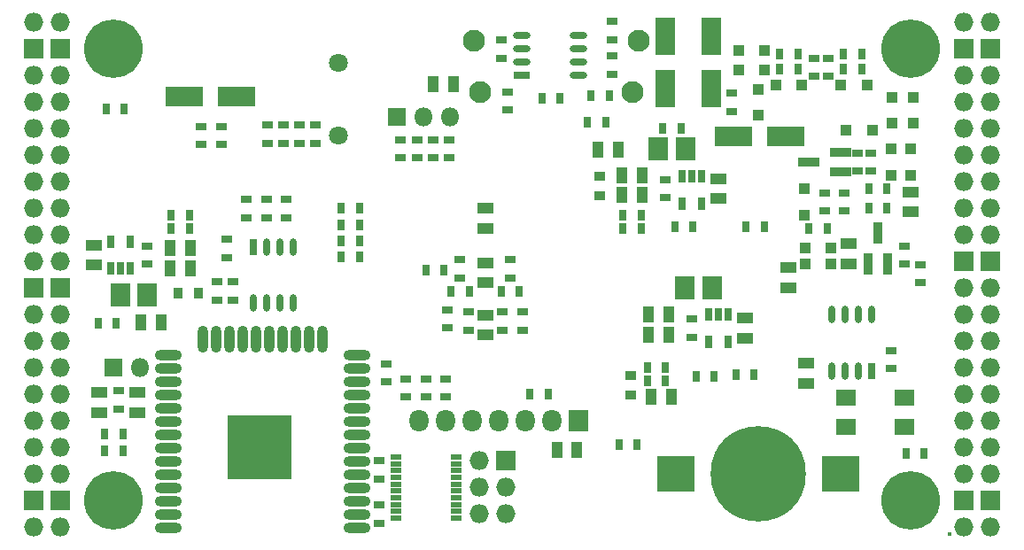
<source format=gbs>
G04 #@! TF.GenerationSoftware,KiCad,Pcbnew,5.0.0-rc2-dev-unknown+dfsg1+20180318-2*
G04 #@! TF.CreationDate,2018-05-20T11:16:33+02:00*
G04 #@! TF.ProjectId,ulx3s,756C7833732E6B696361645F70636200,rev?*
G04 #@! TF.SameCoordinates,Original*
G04 #@! TF.FileFunction,Soldermask,Bot*
G04 #@! TF.FilePolarity,Negative*
%FSLAX46Y46*%
G04 Gerber Fmt 4.6, Leading zero omitted, Abs format (unit mm)*
G04 Created by KiCad (PCBNEW 5.0.0-rc2-dev-unknown+dfsg1+20180318-2) date Sun May 20 11:16:33 2018*
%MOMM*%
%LPD*%
G01*
G04 APERTURE LIST*
%ADD10O,1.827200X1.827200*%
%ADD11R,1.827200X1.827200*%
%ADD12R,0.800000X1.300000*%
%ADD13C,5.600000*%
%ADD14R,1.100000X0.500000*%
%ADD15R,1.827200X2.132000*%
%ADD16O,1.827200X2.132000*%
%ADD17R,3.600000X3.400000*%
%ADD18C,9.100000*%
%ADD19C,1.800000*%
%ADD20R,0.700000X1.650000*%
%ADD21O,0.700000X1.650000*%
%ADD22O,2.600000X1.000000*%
%ADD23O,1.000000X2.600000*%
%ADD24R,6.100000X6.100000*%
%ADD25R,1.900000X1.500000*%
%ADD26R,1.070000X1.600000*%
%ADD27R,1.600000X1.070000*%
%ADD28R,0.770000X1.100000*%
%ADD29R,1.100000X0.770000*%
%ADD30C,2.100000*%
%ADD31R,1.925000X2.300000*%
%ADD32R,1.100000X1.100000*%
%ADD33R,0.900000X2.000000*%
%ADD34R,2.000000X0.900000*%
%ADD35R,3.600000X1.900000*%
%ADD36R,1.900000X3.600000*%
%ADD37C,0.400000*%
%ADD38R,1.100000X0.945000*%
%ADD39R,0.945000X1.100000*%
%ADD40R,1.800000X1.800000*%
%ADD41O,1.800000X1.800000*%
%ADD42R,1.650000X0.700000*%
%ADD43O,1.650000X0.700000*%
G04 APERTURE END LIST*
D10*
X97910000Y-62690000D03*
X95370000Y-62690000D03*
D11*
X97910000Y-65230000D03*
X95370000Y-65230000D03*
D10*
X97910000Y-67770000D03*
X95370000Y-67770000D03*
X97910000Y-70310000D03*
X95370000Y-70310000D03*
X97910000Y-72850000D03*
X95370000Y-72850000D03*
X97910000Y-75390000D03*
X95370000Y-75390000D03*
X97910000Y-77930000D03*
X95370000Y-77930000D03*
X97910000Y-80470000D03*
X95370000Y-80470000D03*
X97910000Y-83010000D03*
X95370000Y-83010000D03*
X97910000Y-85550000D03*
X95370000Y-85550000D03*
D11*
X97910000Y-88090000D03*
X95370000Y-88090000D03*
D10*
X97910000Y-90630000D03*
X95370000Y-90630000D03*
X97910000Y-93170000D03*
X95370000Y-93170000D03*
X97910000Y-95710000D03*
X95370000Y-95710000D03*
X97910000Y-98250000D03*
X95370000Y-98250000D03*
X97910000Y-100790000D03*
X95370000Y-100790000D03*
X97910000Y-103330000D03*
X95370000Y-103330000D03*
X97910000Y-105870000D03*
X95370000Y-105870000D03*
D11*
X97910000Y-108410000D03*
X95370000Y-108410000D03*
D10*
X97910000Y-110950000D03*
X95370000Y-110950000D03*
D12*
X159825000Y-90600000D03*
X160775000Y-90600000D03*
X161725000Y-90600000D03*
X161725000Y-93200000D03*
X159825000Y-93200000D03*
X104575000Y-86215000D03*
X103625000Y-86215000D03*
X102675000Y-86215000D03*
X102675000Y-83615000D03*
X104575000Y-83615000D03*
X157285000Y-77392000D03*
X158235000Y-77392000D03*
X159185000Y-77392000D03*
X159185000Y-79992000D03*
X157285000Y-79992000D03*
D10*
X184270000Y-110950000D03*
X186810000Y-110950000D03*
D11*
X184270000Y-108410000D03*
X186810000Y-108410000D03*
D10*
X184270000Y-105870000D03*
X186810000Y-105870000D03*
X184270000Y-103330000D03*
X186810000Y-103330000D03*
X184270000Y-100790000D03*
X186810000Y-100790000D03*
X184270000Y-98250000D03*
X186810000Y-98250000D03*
X184270000Y-95710000D03*
X186810000Y-95710000D03*
X184270000Y-93170000D03*
X186810000Y-93170000D03*
X184270000Y-90630000D03*
X186810000Y-90630000D03*
X184270000Y-88090000D03*
X186810000Y-88090000D03*
D11*
X184270000Y-85550000D03*
X186810000Y-85550000D03*
D10*
X184270000Y-83010000D03*
X186810000Y-83010000D03*
X184270000Y-80470000D03*
X186810000Y-80470000D03*
X184270000Y-77930000D03*
X186810000Y-77930000D03*
X184270000Y-75390000D03*
X186810000Y-75390000D03*
X184270000Y-72850000D03*
X186810000Y-72850000D03*
X184270000Y-70310000D03*
X186810000Y-70310000D03*
X184270000Y-67770000D03*
X186810000Y-67770000D03*
D11*
X184270000Y-65230000D03*
X186810000Y-65230000D03*
D10*
X184270000Y-62690000D03*
X186810000Y-62690000D03*
D13*
X102990000Y-108410000D03*
X179190000Y-108410000D03*
X179190000Y-65230000D03*
X102990000Y-65230000D03*
D14*
X135735000Y-104215000D03*
X135735000Y-104865000D03*
X135735000Y-105515000D03*
X135735000Y-106165000D03*
X135735000Y-106815000D03*
X135735000Y-107465000D03*
X135735000Y-108115000D03*
X135735000Y-108765000D03*
X135735000Y-109415000D03*
X135735000Y-110065000D03*
X129935000Y-110065000D03*
X129935000Y-109415000D03*
X129935000Y-108765000D03*
X129935000Y-108115000D03*
X129935000Y-107465000D03*
X129935000Y-106815000D03*
X129935000Y-106165000D03*
X129935000Y-105515000D03*
X129935000Y-104865000D03*
X129935000Y-104215000D03*
D11*
X140455000Y-104600000D03*
D10*
X137915000Y-104600000D03*
X140455000Y-107140000D03*
X137915000Y-107140000D03*
X140455000Y-109680000D03*
X137915000Y-109680000D03*
D15*
X147440000Y-100790000D03*
D16*
X144900000Y-100790000D03*
X142360000Y-100790000D03*
X139820000Y-100790000D03*
X137280000Y-100790000D03*
X134740000Y-100790000D03*
X132200000Y-100790000D03*
D17*
X172485000Y-105870000D03*
X156685000Y-105870000D03*
D18*
X164585000Y-105870000D03*
D19*
X124468000Y-66518000D03*
X124468000Y-73518000D03*
D20*
X175395000Y-96015000D03*
D21*
X174125000Y-96015000D03*
X172855000Y-96015000D03*
X171585000Y-96015000D03*
X171585000Y-90615000D03*
X172855000Y-90615000D03*
X174125000Y-90615000D03*
X175395000Y-90615000D03*
D20*
X116325000Y-84120000D03*
D21*
X117595000Y-84120000D03*
X118865000Y-84120000D03*
X120135000Y-84120000D03*
X120135000Y-89520000D03*
X118865000Y-89520000D03*
X117595000Y-89520000D03*
X116325000Y-89520000D03*
D22*
X126230000Y-111000000D03*
X126230000Y-109730000D03*
X126230000Y-108460000D03*
X126230000Y-107190000D03*
X126230000Y-105920000D03*
X126230000Y-104650000D03*
X126230000Y-103380000D03*
X126230000Y-102110000D03*
X126230000Y-100840000D03*
X126230000Y-99570000D03*
X126230000Y-98300000D03*
X126230000Y-97030000D03*
X126230000Y-95760000D03*
X126230000Y-94490000D03*
D23*
X122945000Y-93000000D03*
X121675000Y-93000000D03*
X120405000Y-93000000D03*
X119135000Y-93000000D03*
X117865000Y-93000000D03*
X116595000Y-93000000D03*
X115325000Y-93000000D03*
X114055000Y-93000000D03*
X112785000Y-93000000D03*
X111515000Y-93000000D03*
D22*
X108230000Y-94490000D03*
X108230000Y-95760000D03*
X108230000Y-97030000D03*
X108230000Y-98300000D03*
X108230000Y-99570000D03*
X108230000Y-100840000D03*
X108230000Y-102110000D03*
X108230000Y-103380000D03*
X108230000Y-104650000D03*
X108230000Y-105920000D03*
X108230000Y-107190000D03*
X108230000Y-108460000D03*
X108230000Y-109730000D03*
X108230000Y-111000000D03*
D24*
X116930000Y-103300000D03*
D25*
X178576000Y-98522000D03*
X172976000Y-98522000D03*
X172976000Y-101322000D03*
X178576000Y-101322000D03*
D26*
X133546000Y-68550000D03*
X135456000Y-68550000D03*
D27*
X101085000Y-83960000D03*
X101085000Y-85870000D03*
D28*
X153985000Y-96910000D03*
X155735000Y-96910000D03*
D26*
X156015000Y-90630000D03*
X154105000Y-90630000D03*
X154105000Y-92535000D03*
X156015000Y-92535000D03*
D27*
X163315000Y-90945000D03*
X163315000Y-92855000D03*
D28*
X151645000Y-82375000D03*
X153395000Y-82375000D03*
D26*
X153475000Y-79200000D03*
X151565000Y-79200000D03*
X153475000Y-77295000D03*
X151565000Y-77295000D03*
D27*
X160775000Y-79520000D03*
X160775000Y-77610000D03*
D28*
X108465000Y-81105000D03*
X110215000Y-81105000D03*
D26*
X108385000Y-84280000D03*
X110295000Y-84280000D03*
X110295000Y-86185000D03*
X108385000Y-86185000D03*
D27*
X173221000Y-83833000D03*
X173221000Y-85743000D03*
D29*
X175380000Y-76900000D03*
X175380000Y-75150000D03*
D27*
X105276000Y-99967000D03*
X105276000Y-98057000D03*
X167506000Y-88029000D03*
X167506000Y-86119000D03*
X138500000Y-90665000D03*
X138500000Y-92575000D03*
D29*
X150589600Y-64359000D03*
X150589600Y-62609000D03*
D27*
X138500000Y-82375000D03*
X138500000Y-80465000D03*
X138500000Y-87575000D03*
X138500000Y-85665000D03*
X101593000Y-99967000D03*
X101593000Y-98057000D03*
D26*
X154359000Y-98504000D03*
X156269000Y-98504000D03*
X105591000Y-91392000D03*
X107501000Y-91392000D03*
X151189000Y-74882000D03*
X149279000Y-74882000D03*
D29*
X140900000Y-87095000D03*
X140900000Y-85345000D03*
X136100000Y-87095000D03*
X136100000Y-85345000D03*
X136900000Y-92095000D03*
X136900000Y-90345000D03*
X140100000Y-90345000D03*
X140100000Y-92095000D03*
X142100000Y-92095000D03*
X142100000Y-90345000D03*
X134900000Y-90145000D03*
X134900000Y-91895000D03*
D28*
X135225000Y-88420000D03*
X136975000Y-88420000D03*
X140025000Y-88420000D03*
X141775000Y-88420000D03*
X163425000Y-82220000D03*
X165175000Y-82220000D03*
X158375000Y-82220000D03*
X156625000Y-82220000D03*
D29*
X177300000Y-94025000D03*
X177300000Y-95775000D03*
D26*
X145342000Y-103584000D03*
X147252000Y-103584000D03*
D28*
X103995000Y-70963000D03*
X102245000Y-70963000D03*
X103245000Y-91410000D03*
X101495000Y-91410000D03*
D29*
X180094000Y-87586000D03*
X180094000Y-85836000D03*
D28*
X180473000Y-103856000D03*
X178723000Y-103856000D03*
X158645000Y-96490000D03*
X160395000Y-96490000D03*
X132827200Y-86330000D03*
X134577200Y-86330000D03*
D27*
X169172000Y-95281000D03*
X169172000Y-97191000D03*
X179190000Y-80790000D03*
X179190000Y-78880000D03*
D30*
X152546000Y-69312000D03*
X138046000Y-69312000D03*
X153146000Y-64412000D03*
X137446000Y-64412000D03*
D31*
X157582500Y-88090000D03*
X160157500Y-88090000D03*
X103607500Y-88725000D03*
X106182500Y-88725000D03*
X157617500Y-74755000D03*
X155042500Y-74755000D03*
D32*
X169050000Y-84280000D03*
X171550000Y-84280000D03*
X169030000Y-78585000D03*
X169030000Y-81085000D03*
X171550000Y-85804000D03*
X169050000Y-85804000D03*
X179190000Y-74775000D03*
X179190000Y-77275000D03*
X177285000Y-77275000D03*
X177285000Y-74775000D03*
X172987000Y-72977000D03*
X175487000Y-72977000D03*
X164585000Y-69060000D03*
X164585000Y-71560000D03*
X168756000Y-68659000D03*
X166256000Y-68659000D03*
X174979000Y-68659000D03*
X172479000Y-68659000D03*
X165200000Y-67262000D03*
X162700000Y-67262000D03*
X162700000Y-65357000D03*
X165200000Y-65357000D03*
X177412000Y-72322000D03*
X177412000Y-69822000D03*
X179444000Y-69822000D03*
X179444000Y-72322000D03*
D33*
X176015000Y-82780000D03*
X175065000Y-85780000D03*
X176965000Y-85780000D03*
D34*
X172435000Y-75075000D03*
X172435000Y-76975000D03*
X169435000Y-76025000D03*
D35*
X114761000Y-69802000D03*
X109761000Y-69802000D03*
X167212000Y-73612000D03*
X162212000Y-73612000D03*
D36*
X155695000Y-69000000D03*
X155695000Y-64000000D03*
X160140000Y-69000000D03*
X160140000Y-64000000D03*
D37*
X182888000Y-111603000D03*
D29*
X113277000Y-74360000D03*
X113277000Y-72610000D03*
X111372000Y-72610000D03*
X111372000Y-74360000D03*
D28*
X155455000Y-72850000D03*
X157205000Y-72850000D03*
D29*
X171316000Y-66090000D03*
X171316000Y-67840000D03*
X169919000Y-67840000D03*
X169919000Y-66090000D03*
D28*
X174477000Y-65738000D03*
X172727000Y-65738000D03*
D29*
X128390000Y-106321000D03*
X128390000Y-104571000D03*
X117722000Y-72483000D03*
X117722000Y-74233000D03*
X119246000Y-74233000D03*
X119246000Y-72483000D03*
X120770000Y-72483000D03*
X120770000Y-74233000D03*
X122294000Y-74233000D03*
X122294000Y-72483000D03*
D28*
X145655000Y-69900000D03*
X143905000Y-69900000D03*
D38*
X152393000Y-96398500D03*
X152393000Y-98323500D03*
D39*
X111064500Y-88598000D03*
X109139500Y-88598000D03*
D38*
X149472000Y-77348500D03*
X149472000Y-79273500D03*
D40*
X102990000Y-95710000D03*
D41*
X105530000Y-95710000D03*
D40*
X130056000Y-71725000D03*
D41*
X132596000Y-71725000D03*
X135136000Y-71725000D03*
D28*
X166631000Y-65738000D03*
X168381000Y-65738000D03*
X124721000Y-85060000D03*
X126471000Y-85060000D03*
X126471000Y-83536000D03*
X124721000Y-83536000D03*
X126471000Y-82012000D03*
X124721000Y-82012000D03*
X124721000Y-80470000D03*
X126471000Y-80470000D03*
D29*
X130422000Y-73898000D03*
X130422000Y-75648000D03*
X131961000Y-75648000D03*
X131961000Y-73898000D03*
X133485000Y-73898000D03*
X133485000Y-75648000D03*
X135009000Y-75648000D03*
X135009000Y-73898000D03*
X113785000Y-83405000D03*
X113785000Y-85155000D03*
D28*
X151264000Y-103076000D03*
X153014000Y-103076000D03*
X164190000Y-96345000D03*
X162440000Y-96345000D03*
D29*
X178555000Y-85790000D03*
X178555000Y-84040000D03*
X112896000Y-89219000D03*
X112896000Y-87469000D03*
X170935000Y-80710000D03*
X170935000Y-78960000D03*
D28*
X103865000Y-102060000D03*
X102115000Y-102060000D03*
D29*
X114420000Y-89219000D03*
X114420000Y-87469000D03*
D28*
X171175000Y-82375000D03*
X169425000Y-82375000D03*
D29*
X172840000Y-80710000D03*
X172840000Y-78960000D03*
X162045000Y-69435000D03*
X162045000Y-71185000D03*
D28*
X175140000Y-80470000D03*
X176890000Y-80470000D03*
D29*
X174110000Y-75150000D03*
X174110000Y-76900000D03*
X128390000Y-110555000D03*
X128390000Y-108805000D03*
X119500000Y-79595000D03*
X119500000Y-81345000D03*
D28*
X176890000Y-78565000D03*
X175140000Y-78565000D03*
D29*
X140025500Y-66105000D03*
X140025500Y-64355000D03*
X140597000Y-71076000D03*
X140597000Y-69326000D03*
X150615000Y-65897000D03*
X150615000Y-67647000D03*
D28*
X150050000Y-72215000D03*
X148300000Y-72215000D03*
X150362000Y-69693000D03*
X148612000Y-69693000D03*
D29*
X129025000Y-95300000D03*
X129025000Y-97050000D03*
X117595000Y-79595000D03*
X117595000Y-81345000D03*
X115690000Y-81345000D03*
X115690000Y-79595000D03*
D28*
X142755000Y-98250000D03*
X144505000Y-98250000D03*
D29*
X132835000Y-98490000D03*
X132835000Y-96740000D03*
X130930000Y-96740000D03*
X130930000Y-98490000D03*
D28*
X103865000Y-103600000D03*
X102115000Y-103600000D03*
D29*
X103498000Y-99633000D03*
X103498000Y-97883000D03*
X134740000Y-96740000D03*
X134740000Y-98490000D03*
D28*
X166631000Y-67135000D03*
X168381000Y-67135000D03*
X172725000Y-67120000D03*
X174475000Y-67120000D03*
X155735000Y-95640000D03*
X153985000Y-95640000D03*
X108465000Y-82375000D03*
X110215000Y-82375000D03*
X153395000Y-81105000D03*
X151645000Y-81105000D03*
D29*
X158235000Y-91025000D03*
X158235000Y-92775000D03*
X106165000Y-85790000D03*
X106165000Y-84040000D03*
X155695000Y-77690000D03*
X155695000Y-79440000D03*
D42*
X141980000Y-67706500D03*
D43*
X141980000Y-66436500D03*
X141980000Y-65166500D03*
X141980000Y-63896500D03*
X147380000Y-63896500D03*
X147380000Y-65166500D03*
X147380000Y-66436500D03*
X147380000Y-67706500D03*
M02*

</source>
